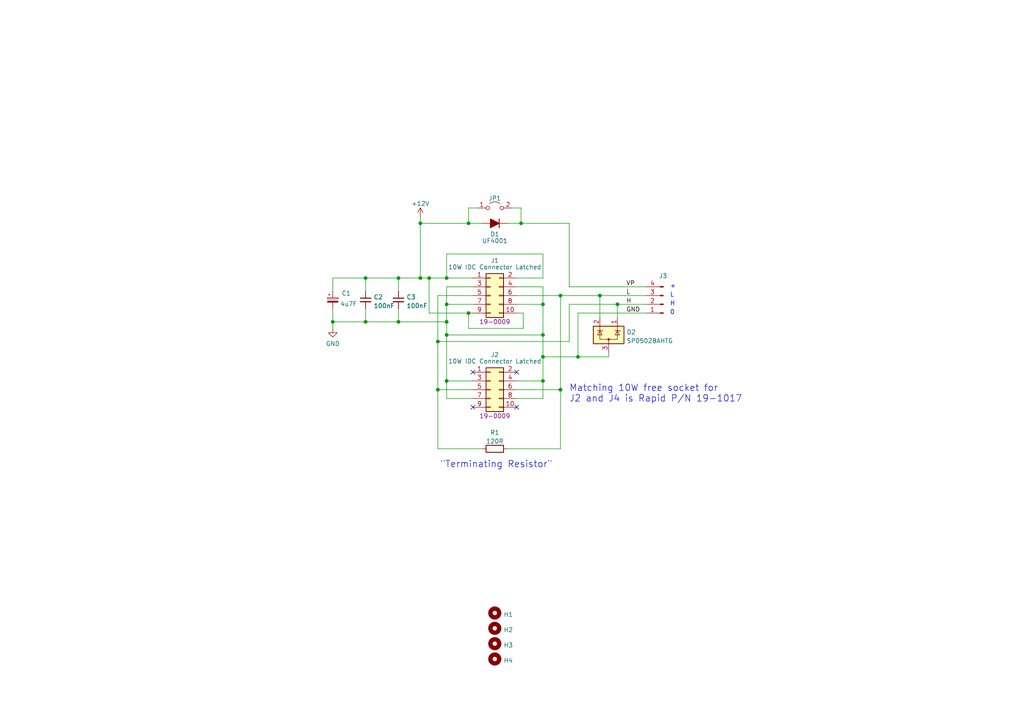
<source format=kicad_sch>
(kicad_sch (version 20211123) (generator eeschema)
  (paper "A4")
  (title_block (date "2022-07-29") (rev "A") (comment 1 "1006"))
  (lib_symbols
    (symbol "Connector:Conn_01x04_Male" (pin_names (offset 1.016) hide)
      (property "Reference" "J" (at 0 5.08 0))
      (property "Value" "Conn_01x04_Male" (at 0 -7.62 0))
      (symbol "Conn_01x04_Male_1_1"
        (polyline (pts (xy 1.27 -5.08) (xy 0.8636 -5.08)) (stroke (width 0.1524)))
        (polyline (pts (xy 1.27 -2.54) (xy 0.8636 -2.54)) (stroke (width 0.1524)))
        (polyline (pts (xy 1.27 0) (xy 0.8636 0)) (stroke (width 0.1524)))
        (polyline (pts (xy 1.27 2.54) (xy 0.8636 2.54)) (stroke (width 0.1524)))
        (rectangle (start 0.8636 -4.953) (end 0 -5.207) (stroke (width 0.1524)) (fill (type outline)))
        (rectangle (start 0.8636 -2.413) (end 0 -2.667) (stroke (width 0.1524)) (fill (type outline)))
        (rectangle (start 0.8636 0.127) (end 0 -0.127) (stroke (width 0.1524)) (fill (type outline)))
        (rectangle (start 0.8636 2.667) (end 0 2.413) (stroke (width 0.1524)) (fill (type outline)))
        (pin passive line (at 5.08 2.54 180) (length 3.81) (name "Pin_1") (number "1"))
        (pin passive line (at 5.08 0 180) (length 3.81) (name "Pin_2") (number "2"))
        (pin passive line (at 5.08 -2.54 180) (length 3.81) (name "Pin_3") (number "3"))
        (pin passive line (at 5.08 -5.08 180) (length 3.81) (name "Pin_4") (number "4"))
      )
    )
    (symbol "Connector_Generic:Conn_02x05_Odd_Even" (pin_names (offset 1.016) hide)
      (property "Reference" "J" (at 1.27 7.62 0))
      (property "Value" "Conn_02x05_Odd_Even" (at 1.27 -7.62 0))
      (symbol "Conn_02x05_Odd_Even_1_1"
        (rectangle (start -1.27 -4.953) (end 0 -5.207) (stroke (width 0.1524)))
        (rectangle (start -1.27 -2.413) (end 0 -2.667) (stroke (width 0.1524)))
        (rectangle (start -1.27 0.127) (end 0 -0.127) (stroke (width 0.1524)))
        (rectangle (start -1.27 2.667) (end 0 2.413) (stroke (width 0.1524)))
        (rectangle (start -1.27 5.207) (end 0 4.953) (stroke (width 0.1524)))
        (rectangle (start -1.27 6.35) (end 3.81 -6.35) (stroke (width 0.254)) (fill (type background)))
        (rectangle (start 3.81 -4.953) (end 2.54 -5.207) (stroke (width 0.1524)))
        (rectangle (start 3.81 -2.413) (end 2.54 -2.667) (stroke (width 0.1524)))
        (rectangle (start 3.81 0.127) (end 2.54 -0.127) (stroke (width 0.1524)))
        (rectangle (start 3.81 2.667) (end 2.54 2.413) (stroke (width 0.1524)))
        (rectangle (start 3.81 5.207) (end 2.54 4.953) (stroke (width 0.1524)))
        (pin passive line (at -5.08 5.08 0) (length 3.81) (name "Pin_1") (number "1"))
        (pin passive line (at 7.62 -5.08 180) (length 3.81) (name "Pin_10") (number "10"))
        (pin passive line (at 7.62 5.08 180) (length 3.81) (name "Pin_2") (number "2"))
        (pin passive line (at -5.08 2.54 0) (length 3.81) (name "Pin_3") (number "3"))
        (pin passive line (at 7.62 2.54 180) (length 3.81) (name "Pin_4") (number "4"))
        (pin passive line (at -5.08 0 0) (length 3.81) (name "Pin_5") (number "5"))
        (pin passive line (at 7.62 0 180) (length 3.81) (name "Pin_6") (number "6"))
        (pin passive line (at -5.08 -2.54 0) (length 3.81) (name "Pin_7") (number "7"))
        (pin passive line (at 7.62 -2.54 180) (length 3.81) (name "Pin_8") (number "8"))
        (pin passive line (at -5.08 -5.08 0) (length 3.81) (name "Pin_9") (number "9"))
      )
    )
    (symbol "Device:C_Polarized_Small" (pin_numbers hide) (pin_names (offset 0.254) hide)
      (property "Reference" "C" (at 0.254 1.778 0))
      (property "Value" "C_Polarized_Small" (at 0.254 -2.032 0))
      (symbol "C_Polarized_Small_0_1"
        (rectangle (start -1.524 -0.3048) (end 1.524 -0.6858) (fill (type outline)))
        (rectangle (start -1.524 0.6858) (end 1.524 0.3048))
        (polyline (pts (xy -1.27 1.524) (xy -0.762 1.524)))
        (polyline (pts (xy -1.016 1.27) (xy -1.016 1.778)))
      )
      (symbol "C_Polarized_Small_1_1"
        (pin passive line (at 0 2.54 270) (length 1.8542) (name "~") (number "1"))
        (pin passive line (at 0 -2.54 90) (length 1.8542) (name "~") (number "2"))
      )
    )
    (symbol "Device:C_Small" (pin_numbers hide) (pin_names (offset 0.254) hide)
      (property "Reference" "C" (at 0.254 1.778 0))
      (property "Value" "C_Small" (at 0.254 -2.032 0))
      (symbol "C_Small_0_1"
        (polyline (pts (xy -1.524 -0.508) (xy 1.524 -0.508)) (stroke (width 0.3302)))
        (polyline (pts (xy -1.524 0.508) (xy 1.524 0.508)) (stroke (width 0.3048)))
      )
      (symbol "C_Small_1_1"
        (pin passive line (at 0 2.54 270) (length 2.032) (name "~") (number "1"))
        (pin passive line (at 0 -2.54 90) (length 2.032) (name "~") (number "2"))
      )
    )
    (symbol "Device:D_Filled" (pin_numbers hide) (pin_names (offset 1.016) hide)
      (property "Reference" "D" (at 0 2.54 0))
      (property "Value" "D_Filled" (at 0 -2.54 0))
      (symbol "D_Filled_0_1"
        (polyline (pts (xy -1.27 1.27) (xy -1.27 -1.27)) (stroke (width 0.254)))
        (polyline (pts (xy 1.27 0) (xy -1.27 0)))
        (polyline (pts (xy 1.27 1.27) (xy 1.27 -1.27) (xy -1.27 0) (xy 1.27 1.27)) (stroke (width 0.254)) (fill (type outline)))
      )
      (symbol "D_Filled_1_1"
        (pin passive line (at -3.81 0 0) (length 2.54) (name "K") (number "1"))
        (pin passive line (at 3.81 0 180) (length 2.54) (name "A") (number "2"))
      )
    )
    (symbol "Device:R" (pin_numbers hide) (pin_names (offset 0))
      (property "Reference" "R" (at 2.032 0 90))
      (property "Value" "R" (at 0 0 90))
      (symbol "R_0_1"
        (rectangle (start -1.016 -2.54) (end 1.016 2.54) (stroke (width 0.254)))
      )
      (symbol "R_1_1"
        (pin passive line (at 0 3.81 270) (length 1.27) (name "~") (number "1"))
        (pin passive line (at 0 -3.81 90) (length 1.27) (name "~") (number "2"))
      )
    )
    (symbol "Jumper:Jumper_2_Open" (pin_names (offset 0) hide)
      (property "Reference" "JP" (at 0 2.794 0))
      (property "Value" "Jumper_2_Open" (at 0 -2.286 0))
      (symbol "Jumper_2_Open_0_0"
        (circle (center -2.032 0) (radius 0.508))
        (circle (center 2.032 0) (radius 0.508))
      )
      (symbol "Jumper_2_Open_0_1"
        (arc (start 1.524 1.27) (mid 0 1.778) (end -1.524 1.27))
      )
      (symbol "Jumper_2_Open_1_1"
        (pin passive line (at -5.08 0 0) (length 2.54) (name "A") (number "1"))
        (pin passive line (at 5.08 0 180) (length 2.54) (name "B") (number "2"))
      )
    )
    (symbol "Mechanical:MountingHole" (pin_names (offset 1.016))
      (property "Reference" "H" (at 0 5.08 0))
      (property "Value" "MountingHole" (at 0 3.175 0))
      (symbol "MountingHole_0_1"
        (circle (center 0 0) (radius 1.27) (stroke (width 1.27)))
      )
    )
    (symbol "Power_Protection:SP0502BAHT" (pin_names hide)
      (property "Reference" "D" (at 5.715 2.54 0))
      (property "Value" "SP0502BAHT" (at 5.715 0.635 0))
      (symbol "SP0502BAHT_0_0"
        (pin passive line (at 0 -5.08 90) (length 2.54) (name "A") (number "3"))
      )
      (symbol "SP0502BAHT_0_1"
        (rectangle (start -4.445 2.54) (end 4.445 -2.54) (stroke (width 0.254)) (fill (type background)))
        (circle (center 0 -1.27) (radius 0.254) (fill (type outline)))
        (polyline (pts (xy -2.54 2.54) (xy -2.54 1.27)))
        (polyline (pts (xy 0 -1.27) (xy 0 -2.54)))
        (polyline (pts (xy 2.54 2.54) (xy 2.54 1.27)))
        (polyline (pts (xy -3.302 1.016) (xy -3.302 1.27) (xy -1.905 1.27) (xy -1.778 1.27)))
        (polyline (pts (xy -2.54 1.27) (xy -2.54 -1.27) (xy 2.54 -1.27) (xy 2.54 1.27)))
        (polyline (pts (xy -2.54 1.27) (xy -1.905 0) (xy -3.175 0) (xy -2.54 1.27)))
        (polyline (pts (xy 1.778 1.016) (xy 1.778 1.27) (xy 3.175 1.27) (xy 3.302 1.27)))
        (polyline (pts (xy 2.54 1.27) (xy 1.905 0) (xy 3.175 0) (xy 2.54 1.27)))
      )
      (symbol "SP0502BAHT_1_1"
        (pin passive line (at -2.54 5.08 270) (length 2.54) (name "K") (number "1"))
        (pin passive line (at 2.54 5.08 270) (length 2.54) (name "K") (number "2"))
      )
    )
    (symbol "power:+12V" (power) (pin_names (offset 0))
      (property "Value" "+12V" (at 0 3.556 0))
      (symbol "+12V_0_1"
        (polyline (pts (xy -0.762 1.27) (xy 0 2.54)))
        (polyline (pts (xy 0 0) (xy 0 2.54)))
        (polyline (pts (xy 0 2.54) (xy 0.762 1.27)))
      )
      (symbol "+12V_1_1"
        (pin power_in line (at 0 0 90) (length 0) hide (name "+12V") (number "1"))
      )
    )
    (symbol "power:GND" (power) (pin_names (offset 0))
      (property "Value" "GND" (at 0 -3.81 0))
      (symbol "GND_0_1"
        (polyline (pts (xy 0 0) (xy 0 -1.27) (xy 1.27 -1.27) (xy 0 -2.54) (xy -1.27 -1.27) (xy 0 -1.27)))
      )
      (symbol "GND_1_1"
        (pin power_in line (at 0 0 270) (length 0) hide (name "GND") (number "1"))
      )
    )
  )
  (junction (at 167.64 103.505))
  (junction (at 127 99.06))
  (junction (at 124.46 80.645))
  (junction (at 129.54 80.645))
  (junction (at 129.54 88.265))
  (junction (at 121.92 64.77))
  (junction (at 115.57 80.645))
  (junction (at 129.54 97.155))
  (junction (at 162.56 113.03))
  (junction (at 151.13 64.77))
  (junction (at 127 113.03))
  (junction (at 157.48 110.49))
  (junction (at 106.045 80.645))
  (junction (at 129.54 93.345))
  (junction (at 173.99 85.725))
  (junction (at 157.48 97.155))
  (junction (at 162.56 85.725))
  (junction (at 157.48 88.265))
  (junction (at 135.89 64.77))
  (junction (at 106.045 93.345))
  (junction (at 129.54 110.49))
  (junction (at 115.57 93.345))
  (junction (at 179.07 88.265))
  (junction (at 157.48 103.505))
  (junction (at 135.89 90.805))
  (junction (at 121.92 80.645))
  (junction (at 96.52 93.345))
  (no_connect (at 149.86 118.11))
  (no_connect (at 149.86 107.95))
  (no_connect (at 137.16 107.95))
  (no_connect (at 137.16 118.11))
  (wire (pts (xy 129.54 115.57) (xy 137.16 115.57)))
  (wire (pts (xy 149.86 113.03) (xy 162.56 113.03)))
  (wire (pts (xy 147.32 130.175) (xy 162.56 130.175)))
  (wire (pts (xy 179.07 88.265) (xy 179.07 92.075)))
  (wire (pts (xy 127 113.03) (xy 127 130.175)))
  (wire (pts (xy 157.48 80.645) (xy 157.48 73.66)))
  (wire (pts (xy 151.13 64.77) (xy 165.1 64.77)))
  (wire (pts (xy 135.89 60.325) (xy 135.89 64.77)))
  (wire (pts (xy 121.92 62.865) (xy 121.92 64.77)))
  (wire (pts (xy 173.99 85.725) (xy 173.99 92.075)))
  (wire (pts (xy 149.86 110.49) (xy 157.48 110.49)))
  (wire (pts (xy 179.07 88.265) (xy 187.325 88.265)))
  (wire (pts (xy 157.48 88.265) (xy 157.48 97.155)))
  (wire (pts (xy 124.46 80.645) (xy 124.46 90.805)))
  (wire (pts (xy 162.56 85.725) (xy 162.56 113.03)))
  (wire (pts (xy 106.045 89.535) (xy 106.045 93.345)))
  (wire (pts (xy 138.43 60.325) (xy 135.89 60.325)))
  (wire (pts (xy 162.56 113.03) (xy 162.56 130.175)))
  (wire (pts (xy 129.54 110.49) (xy 137.16 110.49)))
  (wire (pts (xy 149.86 85.725) (xy 162.56 85.725)))
  (wire (pts (xy 96.52 80.645) (xy 96.52 84.455)))
  (wire (pts (xy 149.86 80.645) (xy 157.48 80.645)))
  (wire (pts (xy 127 85.725) (xy 137.16 85.725)))
  (wire (pts (xy 124.46 90.805) (xy 135.89 90.805)))
  (wire (pts (xy 157.48 97.155) (xy 157.48 103.505)))
  (wire (pts (xy 106.045 93.345) (xy 115.57 93.345)))
  (wire (pts (xy 165.1 88.265) (xy 179.07 88.265)))
  (wire (pts (xy 176.53 103.505) (xy 176.53 102.235)))
  (wire (pts (xy 151.13 60.325) (xy 151.13 64.77)))
  (wire (pts (xy 115.57 80.645) (xy 121.92 80.645)))
  (wire (pts (xy 121.92 64.77) (xy 135.89 64.77)))
  (wire (pts (xy 157.48 103.505) (xy 157.48 110.49)))
  (wire (pts (xy 149.86 88.265) (xy 157.48 88.265)))
  (wire (pts (xy 121.92 80.645) (xy 124.46 80.645)))
  (wire (pts (xy 187.325 90.805) (xy 167.64 90.805)))
  (wire (pts (xy 157.48 73.66) (xy 129.54 73.66)))
  (wire (pts (xy 129.54 97.155) (xy 129.54 110.49)))
  (wire (pts (xy 96.52 93.345) (xy 106.045 93.345)))
  (wire (pts (xy 129.54 93.345) (xy 129.54 97.155)))
  (wire (pts (xy 129.54 88.265) (xy 137.16 88.265)))
  (wire (pts (xy 165.1 99.06) (xy 165.1 88.265)))
  (wire (pts (xy 167.64 103.505) (xy 176.53 103.505)))
  (wire (pts (xy 127 130.175) (xy 139.7 130.175)))
  (wire (pts (xy 127 85.725) (xy 127 99.06)))
  (wire (pts (xy 115.57 93.345) (xy 129.54 93.345)))
  (wire (pts (xy 165.1 83.185) (xy 187.325 83.185)))
  (wire (pts (xy 167.64 90.805) (xy 167.64 103.505)))
  (wire (pts (xy 151.765 95.25) (xy 135.89 95.25)))
  (wire (pts (xy 137.16 113.03) (xy 127 113.03)))
  (wire (pts (xy 151.765 90.805) (xy 151.765 95.25)))
  (wire (pts (xy 135.89 95.25) (xy 135.89 90.805)))
  (wire (pts (xy 106.045 80.645) (xy 115.57 80.645)))
  (wire (pts (xy 129.54 88.265) (xy 129.54 93.345)))
  (wire (pts (xy 96.52 93.345) (xy 96.52 95.25)))
  (wire (pts (xy 127 99.06) (xy 165.1 99.06)))
  (wire (pts (xy 124.46 80.645) (xy 129.54 80.645)))
  (wire (pts (xy 96.52 80.645) (xy 106.045 80.645)))
  (wire (pts (xy 129.54 80.645) (xy 137.16 80.645)))
  (wire (pts (xy 165.1 83.185) (xy 165.1 64.77)))
  (wire (pts (xy 121.92 64.77) (xy 121.92 80.645)))
  (wire (pts (xy 135.89 64.77) (xy 139.7 64.77)))
  (wire (pts (xy 129.54 97.155) (xy 157.48 97.155)))
  (wire (pts (xy 149.86 90.805) (xy 151.765 90.805)))
  (wire (pts (xy 157.48 83.185) (xy 157.48 88.265)))
  (wire (pts (xy 129.54 110.49) (xy 129.54 115.57)))
  (wire (pts (xy 127 99.06) (xy 127 113.03)))
  (wire (pts (xy 137.16 83.185) (xy 129.54 83.185)))
  (wire (pts (xy 149.86 115.57) (xy 157.48 115.57)))
  (wire (pts (xy 173.99 85.725) (xy 187.325 85.725)))
  (wire (pts (xy 149.86 83.185) (xy 157.48 83.185)))
  (wire (pts (xy 135.89 90.805) (xy 137.16 90.805)))
  (wire (pts (xy 162.56 85.725) (xy 173.99 85.725)))
  (wire (pts (xy 129.54 73.66) (xy 129.54 80.645)))
  (wire (pts (xy 148.59 60.325) (xy 151.13 60.325)))
  (wire (pts (xy 115.57 80.645) (xy 115.57 84.455)))
  (wire (pts (xy 157.48 110.49) (xy 157.48 115.57)))
  (wire (pts (xy 106.045 80.645) (xy 106.045 84.455)))
  (wire (pts (xy 157.48 103.505) (xy 167.64 103.505)))
  (wire (pts (xy 96.52 89.535) (xy 96.52 93.345)))
  (wire (pts (xy 129.54 83.185) (xy 129.54 88.265)))
  (wire (pts (xy 147.32 64.77) (xy 151.13 64.77)))
  (wire (pts (xy 115.57 89.535) (xy 115.57 93.345)))
  (text "\"Terminating Resistor\"" (at 127.635 135.89 0) (effects (font (size 1.905 1.905)) (justify left bottom)))
  (text "+" (at 194.31 83.82 0) (effects (font (size 1.27 1.27)) (justify left bottom)))
  (text "H" (at 194.31 88.9 0) (effects (font (size 1.27 1.27)) (justify left bottom)))
  (text "L" (at 194.31 86.36 0) (effects (font (size 1.27 1.27)) (justify left bottom)))
  (text "0" (at 194.31 91.44 0) (effects (font (size 1.27 1.27)) (justify left bottom)))
  (text "Matching 10W free socket for\nJ2 and J4 is Rapid P/N 19-1017" (at 165.1 116.84 0) (effects (font (size 1.905 1.905)) (justify left bottom)))
  (label "H" (at 181.61 88.265 0))
  (label "GND" (at 181.61 90.805 0))
  (label "L" (at 181.61 85.725 0))
  (label "VP" (at 181.61 83.185 0))
  (symbol (lib_id "Power_Protection:SP0502BAHT") (at 176.53 97.155 0) (mirror y) (unit 1)
    (property "Reference" "D2" (at 181.737 96.3203 0) (effects (justify right)))
    (property "Value" "SP0502BAHTG" (at 181.737 98.8572 0) (effects (justify right)))
    (property "Footprint" "Package_TO_SOT_SMD:SOT-23" (effects hide))
    (property "Datasheet" "http://www.littelfuse.com/~/media/files/littelfuse/technical%20resources/documents/data%20sheets/sp05xxba.pdf" (effects hide))
  )
  (symbol (lib_id "Mechanical:MountingHole") (at 143.51 191.135 0) (unit 1)
    (property "Reference" "H4" (at 146.05 191.5688 0) (effects (justify left)))
    (property "Value" "MountingHole" (effects hide))
    (property "Footprint" "MountingHole:MountingHole_3.2mm_M3_DIN965_Pad_TopBottom" (effects hide))
  )
  (symbol (lib_id "Connector_Generic:Conn_02x05_Odd_Even") (at 142.24 85.725 0) (unit 1)
    (property "Reference" "J1" (at 143.51 75.565 0))
    (property "Value" "10W IDC Connector Latched" (at 143.51 77.47 0))
    (property "Footprint" "Connector_IDC:IDC-Header_2x05_P2.54mm_Latch_Vertical" (effects hide))
    (property "Part No." "19-0009" (at 143.51 93.345 0))
  )
  (symbol (lib_id "Device:C_Small") (at 106.045 86.995 0) (unit 1)
    (property "Reference" "C2" (at 108.3691 86.1666 0) (effects (justify left)))
    (property "Value" "100nF" (at 108.3691 88.7035 0) (effects (justify left)))
    (property "Footprint" "Capacitor_THT:C_Disc_D5.0mm_W2.5mm_P5.00mm" (effects hide))
  )
  (symbol (lib_id "Device:D_Filled") (at 143.51 64.77 180) (unit 1)
    (property "Reference" "D1" (at 143.51 67.945 0))
    (property "Value" "UF4001" (at 143.51 69.85 0))
    (property "Footprint" "Diode_THT:D_DO-41_SOD81_P10.16mm_Horizontal" (effects hide))
  )
  (symbol (lib_id "Mechanical:MountingHole") (at 143.51 182.245 0) (unit 1)
    (property "Reference" "H2" (at 146.05 182.6788 0) (effects (justify left)))
    (property "Value" "MountingHole" (effects hide))
    (property "Footprint" "MountingHole:MountingHole_3.2mm_M3_DIN965_Pad_TopBottom" (effects hide))
  )
  (symbol (lib_id "power:GND") (at 96.52 95.25 0) (unit 1)
    (property "Reference" "#PWR0101" (effects hide))
    (property "Value" "GND" (at 96.52 99.6934 0))
  )
  (symbol (lib_id "power:+12V") (at 121.92 62.865 0) (unit 1)
    (property "Reference" "#PWR01" (effects hide))
    (property "Value" "+12V" (at 121.92 59.055 0))
  )
  (symbol (lib_id "Connector_Generic:Conn_02x05_Odd_Even") (at 142.24 113.03 0) (unit 1)
    (property "Reference" "J2" (at 143.51 102.87 0))
    (property "Value" "10W IDC Connector Latched" (at 143.51 104.775 0))
    (property "Footprint" "Connector_IDC:IDC-Header_2x05_P2.54mm_Latch_Vertical" (effects hide))
    (property "Part No." "19-0009" (at 143.51 120.65 0))
  )
  (symbol (lib_id "Device:R") (at 143.51 130.175 90) (unit 1)
    (property "Reference" "R1" (at 143.51 125.4592 90))
    (property "Value" "120R" (at 143.51 127.9961 90))
    (property "Footprint" "Resistor_THT:R_Axial_DIN0207_L6.3mm_D2.5mm_P10.16mm_Horizontal" (effects hide))
  )
  (symbol (lib_id "Mechanical:MountingHole") (at 143.51 186.69 0) (unit 1)
    (property "Reference" "H3" (at 146.05 187.1238 0) (effects (justify left)))
    (property "Value" "MountingHole" (effects hide))
    (property "Footprint" "MountingHole:MountingHole_3.2mm_M3_DIN965_Pad_TopBottom" (effects hide))
  )
  (symbol (lib_id "Jumper:Jumper_2_Open") (at 143.51 60.325 0) (unit 1)
    (property "Reference" "JP1" (at 143.51 57.5112 0))
    (property "Value" "Jumper_2_Open" (effects hide))
    (property "Footprint" "Connector_PinHeader_2.54mm:PinHeader_1x02_P2.54mm_Vertical" (effects hide))
  )
  (symbol (lib_id "Device:C_Small") (at 115.57 86.995 0) (unit 1)
    (property "Reference" "C3" (at 117.8941 86.1666 0) (effects (justify left)))
    (property "Value" "100nF" (at 117.8941 88.7035 0) (effects (justify left)))
    (property "Footprint" "Capacitor_THT:C_Disc_D5.0mm_W2.5mm_P5.00mm" (effects hide))
  )
  (symbol (lib_id "Connector:Conn_01x04_Male") (at 192.405 88.265 180) (unit 1)
    (property "Reference" "J3" (at 191.135 80.01 0) (effects (justify right)))
    (property "Value" "Conn_01x04_Male" (effects hide))
    (property "Footprint" "mylib:Camdenboss_3pt5mm_pitch_PCB_horizontal_4Way" (effects hide))
  )
  (symbol (lib_id "Device:C_Polarized_Small") (at 96.52 86.995 0) (unit 1)
    (property "Reference" "C1" (at 99.06 85.09 0) (effects (justify left)))
    (property "Value" "4u7F" (at 98.679 88.1511 0) (effects (justify left)))
    (property "Footprint" "Capacitor_THT:CP_Radial_Tantal_D4.5mm_P2.50mm" (effects hide))
  )
  (symbol (lib_id "Mechanical:MountingHole") (at 143.51 177.8 0) (unit 1)
    (property "Reference" "H1" (at 146.05 178.2338 0) (effects (justify left)))
    (property "Value" "MountingHole" (effects hide))
    (property "Footprint" "MountingHole:MountingHole_3.2mm_M3_DIN965_Pad_TopBottom" (effects hide))
  )
)
</source>
